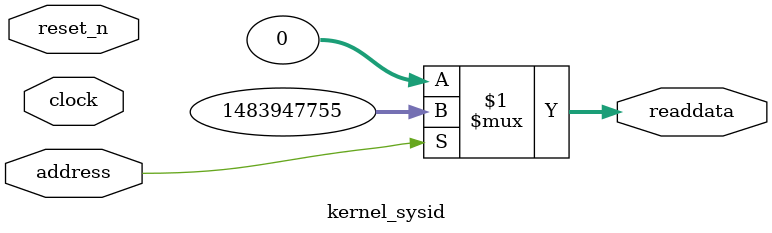
<source format=v>

`timescale 1ns / 1ps
// synthesis translate_on

// turn off superfluous verilog processor warnings 
// altera message_level Level1 
// altera message_off 10034 10035 10036 10037 10230 10240 10030 

module kernel_sysid (
               // inputs:
                address,
                clock,
                reset_n,

               // outputs:
                readdata
             )
;

  output  [ 31: 0] readdata;
  input            address;
  input            clock;
  input            reset_n;

  wire    [ 31: 0] readdata;
  //control_slave, which is an e_avalon_slave
  assign readdata = address ? 1483947755 : 0;

endmodule




</source>
